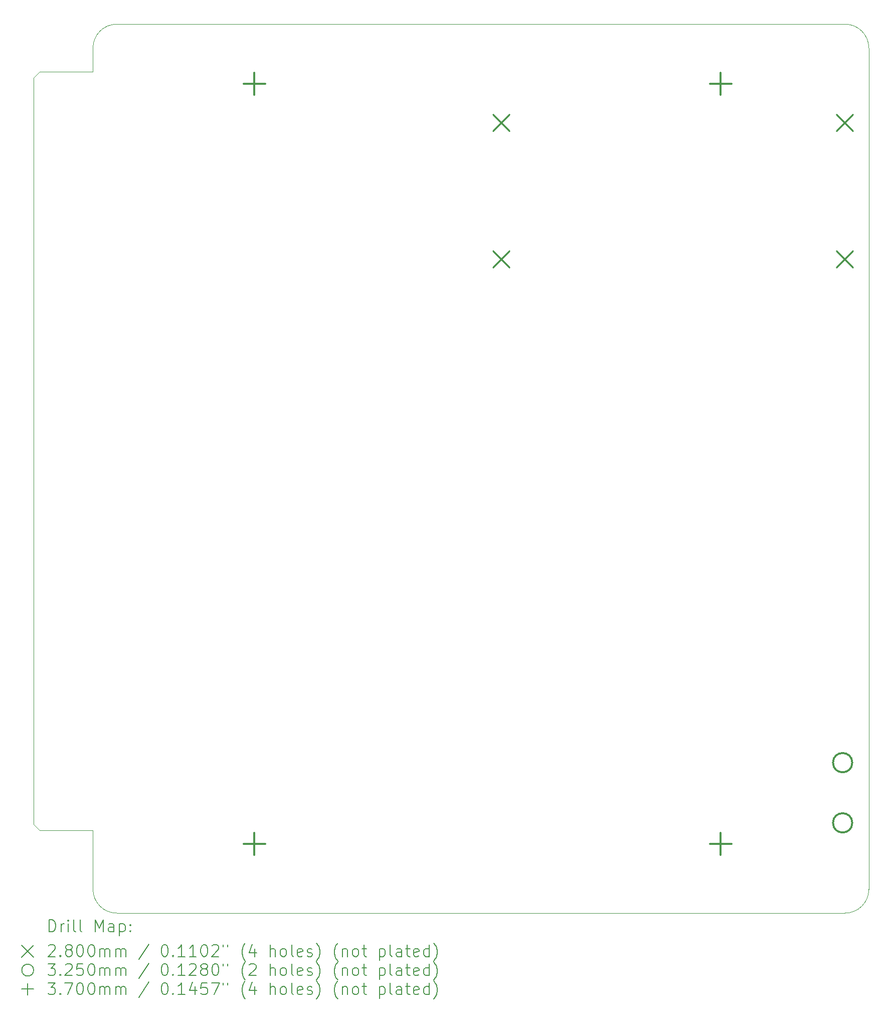
<source format=gbr>
%TF.GenerationSoftware,KiCad,Pcbnew,7.0.10*%
%TF.CreationDate,2024-02-09T20:02:58-06:00*%
%TF.ProjectId,midiori,6d696469-6f72-4692-9e6b-696361645f70,rev?*%
%TF.SameCoordinates,Original*%
%TF.FileFunction,Drillmap*%
%TF.FilePolarity,Positive*%
%FSLAX45Y45*%
G04 Gerber Fmt 4.5, Leading zero omitted, Abs format (unit mm)*
G04 Created by KiCad (PCBNEW 7.0.10) date 2024-02-09 20:02:58*
%MOMM*%
%LPD*%
G01*
G04 APERTURE LIST*
%ADD10C,0.050000*%
%ADD11C,0.200000*%
%ADD12C,0.280000*%
%ADD13C,0.325000*%
%ADD14C,0.370000*%
G04 APERTURE END LIST*
D10*
X5800000Y-18900000D02*
X18100000Y-18900000D01*
X4400000Y-17400000D02*
X4400000Y-4800000D01*
X4500000Y-17500000D02*
X4400000Y-17400000D01*
X5400000Y-17500000D02*
X5400000Y-18500000D01*
X5400000Y-4300000D02*
X5400000Y-4700000D01*
X18100000Y-18900000D02*
G75*
G03*
X18500000Y-18500000I0J400000D01*
G01*
X5400000Y-4700000D02*
X4500000Y-4700000D01*
X4400000Y-4800000D02*
X4500000Y-4700000D01*
X5800000Y-3900000D02*
G75*
G03*
X5400000Y-4300000I0J-400000D01*
G01*
X18500000Y-4300000D02*
X18500000Y-18500000D01*
X5800000Y-3900000D02*
X18100000Y-3900000D01*
X18500000Y-4300000D02*
G75*
G03*
X18100000Y-3900000I-400000J0D01*
G01*
X5400000Y-18500000D02*
G75*
G03*
X5800000Y-18900000I400000J0D01*
G01*
X4500000Y-17500000D02*
X5400000Y-17500000D01*
D11*
D12*
X12152500Y-5423000D02*
X12432500Y-5703000D01*
X12432500Y-5423000D02*
X12152500Y-5703000D01*
X12152500Y-7723000D02*
X12432500Y-8003000D01*
X12432500Y-7723000D02*
X12152500Y-8003000D01*
X17952500Y-5423000D02*
X18232500Y-5703000D01*
X18232500Y-5423000D02*
X17952500Y-5703000D01*
X17952500Y-7723000D02*
X18232500Y-8003000D01*
X18232500Y-7723000D02*
X17952500Y-8003000D01*
D13*
X18220000Y-16361500D02*
G75*
G03*
X17895000Y-16361500I-162500J0D01*
G01*
X17895000Y-16361500D02*
G75*
G03*
X18220000Y-16361500I162500J0D01*
G01*
X18220000Y-17377500D02*
G75*
G03*
X17895000Y-17377500I-162500J0D01*
G01*
X17895000Y-17377500D02*
G75*
G03*
X18220000Y-17377500I162500J0D01*
G01*
D14*
X8126000Y-4723000D02*
X8126000Y-5093000D01*
X7941000Y-4908000D02*
X8311000Y-4908000D01*
X8126000Y-17550000D02*
X8126000Y-17920000D01*
X7941000Y-17735000D02*
X8311000Y-17735000D01*
X16000000Y-4723000D02*
X16000000Y-5093000D01*
X15815000Y-4908000D02*
X16185000Y-4908000D01*
X16000000Y-17550000D02*
X16000000Y-17920000D01*
X15815000Y-17735000D02*
X16185000Y-17735000D01*
D11*
X4658277Y-19213984D02*
X4658277Y-19013984D01*
X4658277Y-19013984D02*
X4705896Y-19013984D01*
X4705896Y-19013984D02*
X4734467Y-19023508D01*
X4734467Y-19023508D02*
X4753515Y-19042555D01*
X4753515Y-19042555D02*
X4763039Y-19061603D01*
X4763039Y-19061603D02*
X4772563Y-19099698D01*
X4772563Y-19099698D02*
X4772563Y-19128270D01*
X4772563Y-19128270D02*
X4763039Y-19166365D01*
X4763039Y-19166365D02*
X4753515Y-19185412D01*
X4753515Y-19185412D02*
X4734467Y-19204460D01*
X4734467Y-19204460D02*
X4705896Y-19213984D01*
X4705896Y-19213984D02*
X4658277Y-19213984D01*
X4858277Y-19213984D02*
X4858277Y-19080650D01*
X4858277Y-19118746D02*
X4867801Y-19099698D01*
X4867801Y-19099698D02*
X4877324Y-19090174D01*
X4877324Y-19090174D02*
X4896372Y-19080650D01*
X4896372Y-19080650D02*
X4915420Y-19080650D01*
X4982086Y-19213984D02*
X4982086Y-19080650D01*
X4982086Y-19013984D02*
X4972563Y-19023508D01*
X4972563Y-19023508D02*
X4982086Y-19033031D01*
X4982086Y-19033031D02*
X4991610Y-19023508D01*
X4991610Y-19023508D02*
X4982086Y-19013984D01*
X4982086Y-19013984D02*
X4982086Y-19033031D01*
X5105896Y-19213984D02*
X5086848Y-19204460D01*
X5086848Y-19204460D02*
X5077324Y-19185412D01*
X5077324Y-19185412D02*
X5077324Y-19013984D01*
X5210658Y-19213984D02*
X5191610Y-19204460D01*
X5191610Y-19204460D02*
X5182086Y-19185412D01*
X5182086Y-19185412D02*
X5182086Y-19013984D01*
X5439229Y-19213984D02*
X5439229Y-19013984D01*
X5439229Y-19013984D02*
X5505896Y-19156841D01*
X5505896Y-19156841D02*
X5572563Y-19013984D01*
X5572563Y-19013984D02*
X5572563Y-19213984D01*
X5753515Y-19213984D02*
X5753515Y-19109222D01*
X5753515Y-19109222D02*
X5743991Y-19090174D01*
X5743991Y-19090174D02*
X5724943Y-19080650D01*
X5724943Y-19080650D02*
X5686848Y-19080650D01*
X5686848Y-19080650D02*
X5667801Y-19090174D01*
X5753515Y-19204460D02*
X5734467Y-19213984D01*
X5734467Y-19213984D02*
X5686848Y-19213984D01*
X5686848Y-19213984D02*
X5667801Y-19204460D01*
X5667801Y-19204460D02*
X5658277Y-19185412D01*
X5658277Y-19185412D02*
X5658277Y-19166365D01*
X5658277Y-19166365D02*
X5667801Y-19147317D01*
X5667801Y-19147317D02*
X5686848Y-19137793D01*
X5686848Y-19137793D02*
X5734467Y-19137793D01*
X5734467Y-19137793D02*
X5753515Y-19128270D01*
X5848753Y-19080650D02*
X5848753Y-19280650D01*
X5848753Y-19090174D02*
X5867801Y-19080650D01*
X5867801Y-19080650D02*
X5905896Y-19080650D01*
X5905896Y-19080650D02*
X5924943Y-19090174D01*
X5924943Y-19090174D02*
X5934467Y-19099698D01*
X5934467Y-19099698D02*
X5943991Y-19118746D01*
X5943991Y-19118746D02*
X5943991Y-19175889D01*
X5943991Y-19175889D02*
X5934467Y-19194936D01*
X5934467Y-19194936D02*
X5924943Y-19204460D01*
X5924943Y-19204460D02*
X5905896Y-19213984D01*
X5905896Y-19213984D02*
X5867801Y-19213984D01*
X5867801Y-19213984D02*
X5848753Y-19204460D01*
X6029705Y-19194936D02*
X6039229Y-19204460D01*
X6039229Y-19204460D02*
X6029705Y-19213984D01*
X6029705Y-19213984D02*
X6020182Y-19204460D01*
X6020182Y-19204460D02*
X6029705Y-19194936D01*
X6029705Y-19194936D02*
X6029705Y-19213984D01*
X6029705Y-19090174D02*
X6039229Y-19099698D01*
X6039229Y-19099698D02*
X6029705Y-19109222D01*
X6029705Y-19109222D02*
X6020182Y-19099698D01*
X6020182Y-19099698D02*
X6029705Y-19090174D01*
X6029705Y-19090174D02*
X6029705Y-19109222D01*
X4197500Y-19442500D02*
X4397500Y-19642500D01*
X4397500Y-19442500D02*
X4197500Y-19642500D01*
X4648753Y-19453031D02*
X4658277Y-19443508D01*
X4658277Y-19443508D02*
X4677324Y-19433984D01*
X4677324Y-19433984D02*
X4724944Y-19433984D01*
X4724944Y-19433984D02*
X4743991Y-19443508D01*
X4743991Y-19443508D02*
X4753515Y-19453031D01*
X4753515Y-19453031D02*
X4763039Y-19472079D01*
X4763039Y-19472079D02*
X4763039Y-19491127D01*
X4763039Y-19491127D02*
X4753515Y-19519698D01*
X4753515Y-19519698D02*
X4639229Y-19633984D01*
X4639229Y-19633984D02*
X4763039Y-19633984D01*
X4848753Y-19614936D02*
X4858277Y-19624460D01*
X4858277Y-19624460D02*
X4848753Y-19633984D01*
X4848753Y-19633984D02*
X4839229Y-19624460D01*
X4839229Y-19624460D02*
X4848753Y-19614936D01*
X4848753Y-19614936D02*
X4848753Y-19633984D01*
X4972563Y-19519698D02*
X4953515Y-19510174D01*
X4953515Y-19510174D02*
X4943991Y-19500650D01*
X4943991Y-19500650D02*
X4934467Y-19481603D01*
X4934467Y-19481603D02*
X4934467Y-19472079D01*
X4934467Y-19472079D02*
X4943991Y-19453031D01*
X4943991Y-19453031D02*
X4953515Y-19443508D01*
X4953515Y-19443508D02*
X4972563Y-19433984D01*
X4972563Y-19433984D02*
X5010658Y-19433984D01*
X5010658Y-19433984D02*
X5029705Y-19443508D01*
X5029705Y-19443508D02*
X5039229Y-19453031D01*
X5039229Y-19453031D02*
X5048753Y-19472079D01*
X5048753Y-19472079D02*
X5048753Y-19481603D01*
X5048753Y-19481603D02*
X5039229Y-19500650D01*
X5039229Y-19500650D02*
X5029705Y-19510174D01*
X5029705Y-19510174D02*
X5010658Y-19519698D01*
X5010658Y-19519698D02*
X4972563Y-19519698D01*
X4972563Y-19519698D02*
X4953515Y-19529222D01*
X4953515Y-19529222D02*
X4943991Y-19538746D01*
X4943991Y-19538746D02*
X4934467Y-19557793D01*
X4934467Y-19557793D02*
X4934467Y-19595889D01*
X4934467Y-19595889D02*
X4943991Y-19614936D01*
X4943991Y-19614936D02*
X4953515Y-19624460D01*
X4953515Y-19624460D02*
X4972563Y-19633984D01*
X4972563Y-19633984D02*
X5010658Y-19633984D01*
X5010658Y-19633984D02*
X5029705Y-19624460D01*
X5029705Y-19624460D02*
X5039229Y-19614936D01*
X5039229Y-19614936D02*
X5048753Y-19595889D01*
X5048753Y-19595889D02*
X5048753Y-19557793D01*
X5048753Y-19557793D02*
X5039229Y-19538746D01*
X5039229Y-19538746D02*
X5029705Y-19529222D01*
X5029705Y-19529222D02*
X5010658Y-19519698D01*
X5172563Y-19433984D02*
X5191610Y-19433984D01*
X5191610Y-19433984D02*
X5210658Y-19443508D01*
X5210658Y-19443508D02*
X5220182Y-19453031D01*
X5220182Y-19453031D02*
X5229705Y-19472079D01*
X5229705Y-19472079D02*
X5239229Y-19510174D01*
X5239229Y-19510174D02*
X5239229Y-19557793D01*
X5239229Y-19557793D02*
X5229705Y-19595889D01*
X5229705Y-19595889D02*
X5220182Y-19614936D01*
X5220182Y-19614936D02*
X5210658Y-19624460D01*
X5210658Y-19624460D02*
X5191610Y-19633984D01*
X5191610Y-19633984D02*
X5172563Y-19633984D01*
X5172563Y-19633984D02*
X5153515Y-19624460D01*
X5153515Y-19624460D02*
X5143991Y-19614936D01*
X5143991Y-19614936D02*
X5134467Y-19595889D01*
X5134467Y-19595889D02*
X5124944Y-19557793D01*
X5124944Y-19557793D02*
X5124944Y-19510174D01*
X5124944Y-19510174D02*
X5134467Y-19472079D01*
X5134467Y-19472079D02*
X5143991Y-19453031D01*
X5143991Y-19453031D02*
X5153515Y-19443508D01*
X5153515Y-19443508D02*
X5172563Y-19433984D01*
X5363039Y-19433984D02*
X5382086Y-19433984D01*
X5382086Y-19433984D02*
X5401134Y-19443508D01*
X5401134Y-19443508D02*
X5410658Y-19453031D01*
X5410658Y-19453031D02*
X5420182Y-19472079D01*
X5420182Y-19472079D02*
X5429705Y-19510174D01*
X5429705Y-19510174D02*
X5429705Y-19557793D01*
X5429705Y-19557793D02*
X5420182Y-19595889D01*
X5420182Y-19595889D02*
X5410658Y-19614936D01*
X5410658Y-19614936D02*
X5401134Y-19624460D01*
X5401134Y-19624460D02*
X5382086Y-19633984D01*
X5382086Y-19633984D02*
X5363039Y-19633984D01*
X5363039Y-19633984D02*
X5343991Y-19624460D01*
X5343991Y-19624460D02*
X5334467Y-19614936D01*
X5334467Y-19614936D02*
X5324944Y-19595889D01*
X5324944Y-19595889D02*
X5315420Y-19557793D01*
X5315420Y-19557793D02*
X5315420Y-19510174D01*
X5315420Y-19510174D02*
X5324944Y-19472079D01*
X5324944Y-19472079D02*
X5334467Y-19453031D01*
X5334467Y-19453031D02*
X5343991Y-19443508D01*
X5343991Y-19443508D02*
X5363039Y-19433984D01*
X5515420Y-19633984D02*
X5515420Y-19500650D01*
X5515420Y-19519698D02*
X5524944Y-19510174D01*
X5524944Y-19510174D02*
X5543991Y-19500650D01*
X5543991Y-19500650D02*
X5572563Y-19500650D01*
X5572563Y-19500650D02*
X5591610Y-19510174D01*
X5591610Y-19510174D02*
X5601134Y-19529222D01*
X5601134Y-19529222D02*
X5601134Y-19633984D01*
X5601134Y-19529222D02*
X5610658Y-19510174D01*
X5610658Y-19510174D02*
X5629705Y-19500650D01*
X5629705Y-19500650D02*
X5658277Y-19500650D01*
X5658277Y-19500650D02*
X5677324Y-19510174D01*
X5677324Y-19510174D02*
X5686848Y-19529222D01*
X5686848Y-19529222D02*
X5686848Y-19633984D01*
X5782086Y-19633984D02*
X5782086Y-19500650D01*
X5782086Y-19519698D02*
X5791610Y-19510174D01*
X5791610Y-19510174D02*
X5810658Y-19500650D01*
X5810658Y-19500650D02*
X5839229Y-19500650D01*
X5839229Y-19500650D02*
X5858277Y-19510174D01*
X5858277Y-19510174D02*
X5867801Y-19529222D01*
X5867801Y-19529222D02*
X5867801Y-19633984D01*
X5867801Y-19529222D02*
X5877324Y-19510174D01*
X5877324Y-19510174D02*
X5896372Y-19500650D01*
X5896372Y-19500650D02*
X5924943Y-19500650D01*
X5924943Y-19500650D02*
X5943991Y-19510174D01*
X5943991Y-19510174D02*
X5953515Y-19529222D01*
X5953515Y-19529222D02*
X5953515Y-19633984D01*
X6343991Y-19424460D02*
X6172563Y-19681603D01*
X6601134Y-19433984D02*
X6620182Y-19433984D01*
X6620182Y-19433984D02*
X6639229Y-19443508D01*
X6639229Y-19443508D02*
X6648753Y-19453031D01*
X6648753Y-19453031D02*
X6658277Y-19472079D01*
X6658277Y-19472079D02*
X6667801Y-19510174D01*
X6667801Y-19510174D02*
X6667801Y-19557793D01*
X6667801Y-19557793D02*
X6658277Y-19595889D01*
X6658277Y-19595889D02*
X6648753Y-19614936D01*
X6648753Y-19614936D02*
X6639229Y-19624460D01*
X6639229Y-19624460D02*
X6620182Y-19633984D01*
X6620182Y-19633984D02*
X6601134Y-19633984D01*
X6601134Y-19633984D02*
X6582086Y-19624460D01*
X6582086Y-19624460D02*
X6572563Y-19614936D01*
X6572563Y-19614936D02*
X6563039Y-19595889D01*
X6563039Y-19595889D02*
X6553515Y-19557793D01*
X6553515Y-19557793D02*
X6553515Y-19510174D01*
X6553515Y-19510174D02*
X6563039Y-19472079D01*
X6563039Y-19472079D02*
X6572563Y-19453031D01*
X6572563Y-19453031D02*
X6582086Y-19443508D01*
X6582086Y-19443508D02*
X6601134Y-19433984D01*
X6753515Y-19614936D02*
X6763039Y-19624460D01*
X6763039Y-19624460D02*
X6753515Y-19633984D01*
X6753515Y-19633984D02*
X6743991Y-19624460D01*
X6743991Y-19624460D02*
X6753515Y-19614936D01*
X6753515Y-19614936D02*
X6753515Y-19633984D01*
X6953515Y-19633984D02*
X6839229Y-19633984D01*
X6896372Y-19633984D02*
X6896372Y-19433984D01*
X6896372Y-19433984D02*
X6877325Y-19462555D01*
X6877325Y-19462555D02*
X6858277Y-19481603D01*
X6858277Y-19481603D02*
X6839229Y-19491127D01*
X7143991Y-19633984D02*
X7029706Y-19633984D01*
X7086848Y-19633984D02*
X7086848Y-19433984D01*
X7086848Y-19433984D02*
X7067801Y-19462555D01*
X7067801Y-19462555D02*
X7048753Y-19481603D01*
X7048753Y-19481603D02*
X7029706Y-19491127D01*
X7267801Y-19433984D02*
X7286848Y-19433984D01*
X7286848Y-19433984D02*
X7305896Y-19443508D01*
X7305896Y-19443508D02*
X7315420Y-19453031D01*
X7315420Y-19453031D02*
X7324944Y-19472079D01*
X7324944Y-19472079D02*
X7334467Y-19510174D01*
X7334467Y-19510174D02*
X7334467Y-19557793D01*
X7334467Y-19557793D02*
X7324944Y-19595889D01*
X7324944Y-19595889D02*
X7315420Y-19614936D01*
X7315420Y-19614936D02*
X7305896Y-19624460D01*
X7305896Y-19624460D02*
X7286848Y-19633984D01*
X7286848Y-19633984D02*
X7267801Y-19633984D01*
X7267801Y-19633984D02*
X7248753Y-19624460D01*
X7248753Y-19624460D02*
X7239229Y-19614936D01*
X7239229Y-19614936D02*
X7229706Y-19595889D01*
X7229706Y-19595889D02*
X7220182Y-19557793D01*
X7220182Y-19557793D02*
X7220182Y-19510174D01*
X7220182Y-19510174D02*
X7229706Y-19472079D01*
X7229706Y-19472079D02*
X7239229Y-19453031D01*
X7239229Y-19453031D02*
X7248753Y-19443508D01*
X7248753Y-19443508D02*
X7267801Y-19433984D01*
X7410658Y-19453031D02*
X7420182Y-19443508D01*
X7420182Y-19443508D02*
X7439229Y-19433984D01*
X7439229Y-19433984D02*
X7486848Y-19433984D01*
X7486848Y-19433984D02*
X7505896Y-19443508D01*
X7505896Y-19443508D02*
X7515420Y-19453031D01*
X7515420Y-19453031D02*
X7524944Y-19472079D01*
X7524944Y-19472079D02*
X7524944Y-19491127D01*
X7524944Y-19491127D02*
X7515420Y-19519698D01*
X7515420Y-19519698D02*
X7401134Y-19633984D01*
X7401134Y-19633984D02*
X7524944Y-19633984D01*
X7601134Y-19433984D02*
X7601134Y-19472079D01*
X7677325Y-19433984D02*
X7677325Y-19472079D01*
X7972563Y-19710174D02*
X7963039Y-19700650D01*
X7963039Y-19700650D02*
X7943991Y-19672079D01*
X7943991Y-19672079D02*
X7934468Y-19653031D01*
X7934468Y-19653031D02*
X7924944Y-19624460D01*
X7924944Y-19624460D02*
X7915420Y-19576841D01*
X7915420Y-19576841D02*
X7915420Y-19538746D01*
X7915420Y-19538746D02*
X7924944Y-19491127D01*
X7924944Y-19491127D02*
X7934468Y-19462555D01*
X7934468Y-19462555D02*
X7943991Y-19443508D01*
X7943991Y-19443508D02*
X7963039Y-19414936D01*
X7963039Y-19414936D02*
X7972563Y-19405412D01*
X8134468Y-19500650D02*
X8134468Y-19633984D01*
X8086848Y-19424460D02*
X8039229Y-19567317D01*
X8039229Y-19567317D02*
X8163039Y-19567317D01*
X8391611Y-19633984D02*
X8391611Y-19433984D01*
X8477325Y-19633984D02*
X8477325Y-19529222D01*
X8477325Y-19529222D02*
X8467801Y-19510174D01*
X8467801Y-19510174D02*
X8448753Y-19500650D01*
X8448753Y-19500650D02*
X8420182Y-19500650D01*
X8420182Y-19500650D02*
X8401134Y-19510174D01*
X8401134Y-19510174D02*
X8391611Y-19519698D01*
X8601134Y-19633984D02*
X8582087Y-19624460D01*
X8582087Y-19624460D02*
X8572563Y-19614936D01*
X8572563Y-19614936D02*
X8563039Y-19595889D01*
X8563039Y-19595889D02*
X8563039Y-19538746D01*
X8563039Y-19538746D02*
X8572563Y-19519698D01*
X8572563Y-19519698D02*
X8582087Y-19510174D01*
X8582087Y-19510174D02*
X8601134Y-19500650D01*
X8601134Y-19500650D02*
X8629706Y-19500650D01*
X8629706Y-19500650D02*
X8648753Y-19510174D01*
X8648753Y-19510174D02*
X8658277Y-19519698D01*
X8658277Y-19519698D02*
X8667801Y-19538746D01*
X8667801Y-19538746D02*
X8667801Y-19595889D01*
X8667801Y-19595889D02*
X8658277Y-19614936D01*
X8658277Y-19614936D02*
X8648753Y-19624460D01*
X8648753Y-19624460D02*
X8629706Y-19633984D01*
X8629706Y-19633984D02*
X8601134Y-19633984D01*
X8782087Y-19633984D02*
X8763039Y-19624460D01*
X8763039Y-19624460D02*
X8753515Y-19605412D01*
X8753515Y-19605412D02*
X8753515Y-19433984D01*
X8934468Y-19624460D02*
X8915420Y-19633984D01*
X8915420Y-19633984D02*
X8877325Y-19633984D01*
X8877325Y-19633984D02*
X8858277Y-19624460D01*
X8858277Y-19624460D02*
X8848753Y-19605412D01*
X8848753Y-19605412D02*
X8848753Y-19529222D01*
X8848753Y-19529222D02*
X8858277Y-19510174D01*
X8858277Y-19510174D02*
X8877325Y-19500650D01*
X8877325Y-19500650D02*
X8915420Y-19500650D01*
X8915420Y-19500650D02*
X8934468Y-19510174D01*
X8934468Y-19510174D02*
X8943992Y-19529222D01*
X8943992Y-19529222D02*
X8943992Y-19548270D01*
X8943992Y-19548270D02*
X8848753Y-19567317D01*
X9020182Y-19624460D02*
X9039230Y-19633984D01*
X9039230Y-19633984D02*
X9077325Y-19633984D01*
X9077325Y-19633984D02*
X9096373Y-19624460D01*
X9096373Y-19624460D02*
X9105896Y-19605412D01*
X9105896Y-19605412D02*
X9105896Y-19595889D01*
X9105896Y-19595889D02*
X9096373Y-19576841D01*
X9096373Y-19576841D02*
X9077325Y-19567317D01*
X9077325Y-19567317D02*
X9048753Y-19567317D01*
X9048753Y-19567317D02*
X9029706Y-19557793D01*
X9029706Y-19557793D02*
X9020182Y-19538746D01*
X9020182Y-19538746D02*
X9020182Y-19529222D01*
X9020182Y-19529222D02*
X9029706Y-19510174D01*
X9029706Y-19510174D02*
X9048753Y-19500650D01*
X9048753Y-19500650D02*
X9077325Y-19500650D01*
X9077325Y-19500650D02*
X9096373Y-19510174D01*
X9172563Y-19710174D02*
X9182087Y-19700650D01*
X9182087Y-19700650D02*
X9201134Y-19672079D01*
X9201134Y-19672079D02*
X9210658Y-19653031D01*
X9210658Y-19653031D02*
X9220182Y-19624460D01*
X9220182Y-19624460D02*
X9229706Y-19576841D01*
X9229706Y-19576841D02*
X9229706Y-19538746D01*
X9229706Y-19538746D02*
X9220182Y-19491127D01*
X9220182Y-19491127D02*
X9210658Y-19462555D01*
X9210658Y-19462555D02*
X9201134Y-19443508D01*
X9201134Y-19443508D02*
X9182087Y-19414936D01*
X9182087Y-19414936D02*
X9172563Y-19405412D01*
X9534468Y-19710174D02*
X9524944Y-19700650D01*
X9524944Y-19700650D02*
X9505896Y-19672079D01*
X9505896Y-19672079D02*
X9496373Y-19653031D01*
X9496373Y-19653031D02*
X9486849Y-19624460D01*
X9486849Y-19624460D02*
X9477325Y-19576841D01*
X9477325Y-19576841D02*
X9477325Y-19538746D01*
X9477325Y-19538746D02*
X9486849Y-19491127D01*
X9486849Y-19491127D02*
X9496373Y-19462555D01*
X9496373Y-19462555D02*
X9505896Y-19443508D01*
X9505896Y-19443508D02*
X9524944Y-19414936D01*
X9524944Y-19414936D02*
X9534468Y-19405412D01*
X9610658Y-19500650D02*
X9610658Y-19633984D01*
X9610658Y-19519698D02*
X9620182Y-19510174D01*
X9620182Y-19510174D02*
X9639230Y-19500650D01*
X9639230Y-19500650D02*
X9667801Y-19500650D01*
X9667801Y-19500650D02*
X9686849Y-19510174D01*
X9686849Y-19510174D02*
X9696373Y-19529222D01*
X9696373Y-19529222D02*
X9696373Y-19633984D01*
X9820182Y-19633984D02*
X9801134Y-19624460D01*
X9801134Y-19624460D02*
X9791611Y-19614936D01*
X9791611Y-19614936D02*
X9782087Y-19595889D01*
X9782087Y-19595889D02*
X9782087Y-19538746D01*
X9782087Y-19538746D02*
X9791611Y-19519698D01*
X9791611Y-19519698D02*
X9801134Y-19510174D01*
X9801134Y-19510174D02*
X9820182Y-19500650D01*
X9820182Y-19500650D02*
X9848754Y-19500650D01*
X9848754Y-19500650D02*
X9867801Y-19510174D01*
X9867801Y-19510174D02*
X9877325Y-19519698D01*
X9877325Y-19519698D02*
X9886849Y-19538746D01*
X9886849Y-19538746D02*
X9886849Y-19595889D01*
X9886849Y-19595889D02*
X9877325Y-19614936D01*
X9877325Y-19614936D02*
X9867801Y-19624460D01*
X9867801Y-19624460D02*
X9848754Y-19633984D01*
X9848754Y-19633984D02*
X9820182Y-19633984D01*
X9943992Y-19500650D02*
X10020182Y-19500650D01*
X9972563Y-19433984D02*
X9972563Y-19605412D01*
X9972563Y-19605412D02*
X9982087Y-19624460D01*
X9982087Y-19624460D02*
X10001134Y-19633984D01*
X10001134Y-19633984D02*
X10020182Y-19633984D01*
X10239230Y-19500650D02*
X10239230Y-19700650D01*
X10239230Y-19510174D02*
X10258277Y-19500650D01*
X10258277Y-19500650D02*
X10296373Y-19500650D01*
X10296373Y-19500650D02*
X10315420Y-19510174D01*
X10315420Y-19510174D02*
X10324944Y-19519698D01*
X10324944Y-19519698D02*
X10334468Y-19538746D01*
X10334468Y-19538746D02*
X10334468Y-19595889D01*
X10334468Y-19595889D02*
X10324944Y-19614936D01*
X10324944Y-19614936D02*
X10315420Y-19624460D01*
X10315420Y-19624460D02*
X10296373Y-19633984D01*
X10296373Y-19633984D02*
X10258277Y-19633984D01*
X10258277Y-19633984D02*
X10239230Y-19624460D01*
X10448754Y-19633984D02*
X10429706Y-19624460D01*
X10429706Y-19624460D02*
X10420182Y-19605412D01*
X10420182Y-19605412D02*
X10420182Y-19433984D01*
X10610658Y-19633984D02*
X10610658Y-19529222D01*
X10610658Y-19529222D02*
X10601135Y-19510174D01*
X10601135Y-19510174D02*
X10582087Y-19500650D01*
X10582087Y-19500650D02*
X10543992Y-19500650D01*
X10543992Y-19500650D02*
X10524944Y-19510174D01*
X10610658Y-19624460D02*
X10591611Y-19633984D01*
X10591611Y-19633984D02*
X10543992Y-19633984D01*
X10543992Y-19633984D02*
X10524944Y-19624460D01*
X10524944Y-19624460D02*
X10515420Y-19605412D01*
X10515420Y-19605412D02*
X10515420Y-19586365D01*
X10515420Y-19586365D02*
X10524944Y-19567317D01*
X10524944Y-19567317D02*
X10543992Y-19557793D01*
X10543992Y-19557793D02*
X10591611Y-19557793D01*
X10591611Y-19557793D02*
X10610658Y-19548270D01*
X10677325Y-19500650D02*
X10753515Y-19500650D01*
X10705896Y-19433984D02*
X10705896Y-19605412D01*
X10705896Y-19605412D02*
X10715420Y-19624460D01*
X10715420Y-19624460D02*
X10734468Y-19633984D01*
X10734468Y-19633984D02*
X10753515Y-19633984D01*
X10896373Y-19624460D02*
X10877325Y-19633984D01*
X10877325Y-19633984D02*
X10839230Y-19633984D01*
X10839230Y-19633984D02*
X10820182Y-19624460D01*
X10820182Y-19624460D02*
X10810658Y-19605412D01*
X10810658Y-19605412D02*
X10810658Y-19529222D01*
X10810658Y-19529222D02*
X10820182Y-19510174D01*
X10820182Y-19510174D02*
X10839230Y-19500650D01*
X10839230Y-19500650D02*
X10877325Y-19500650D01*
X10877325Y-19500650D02*
X10896373Y-19510174D01*
X10896373Y-19510174D02*
X10905896Y-19529222D01*
X10905896Y-19529222D02*
X10905896Y-19548270D01*
X10905896Y-19548270D02*
X10810658Y-19567317D01*
X11077325Y-19633984D02*
X11077325Y-19433984D01*
X11077325Y-19624460D02*
X11058277Y-19633984D01*
X11058277Y-19633984D02*
X11020182Y-19633984D01*
X11020182Y-19633984D02*
X11001135Y-19624460D01*
X11001135Y-19624460D02*
X10991611Y-19614936D01*
X10991611Y-19614936D02*
X10982087Y-19595889D01*
X10982087Y-19595889D02*
X10982087Y-19538746D01*
X10982087Y-19538746D02*
X10991611Y-19519698D01*
X10991611Y-19519698D02*
X11001135Y-19510174D01*
X11001135Y-19510174D02*
X11020182Y-19500650D01*
X11020182Y-19500650D02*
X11058277Y-19500650D01*
X11058277Y-19500650D02*
X11077325Y-19510174D01*
X11153516Y-19710174D02*
X11163039Y-19700650D01*
X11163039Y-19700650D02*
X11182087Y-19672079D01*
X11182087Y-19672079D02*
X11191611Y-19653031D01*
X11191611Y-19653031D02*
X11201134Y-19624460D01*
X11201134Y-19624460D02*
X11210658Y-19576841D01*
X11210658Y-19576841D02*
X11210658Y-19538746D01*
X11210658Y-19538746D02*
X11201134Y-19491127D01*
X11201134Y-19491127D02*
X11191611Y-19462555D01*
X11191611Y-19462555D02*
X11182087Y-19443508D01*
X11182087Y-19443508D02*
X11163039Y-19414936D01*
X11163039Y-19414936D02*
X11153516Y-19405412D01*
X4397500Y-19862500D02*
G75*
G03*
X4197500Y-19862500I-100000J0D01*
G01*
X4197500Y-19862500D02*
G75*
G03*
X4397500Y-19862500I100000J0D01*
G01*
X4639229Y-19753984D02*
X4763039Y-19753984D01*
X4763039Y-19753984D02*
X4696372Y-19830174D01*
X4696372Y-19830174D02*
X4724944Y-19830174D01*
X4724944Y-19830174D02*
X4743991Y-19839698D01*
X4743991Y-19839698D02*
X4753515Y-19849222D01*
X4753515Y-19849222D02*
X4763039Y-19868270D01*
X4763039Y-19868270D02*
X4763039Y-19915889D01*
X4763039Y-19915889D02*
X4753515Y-19934936D01*
X4753515Y-19934936D02*
X4743991Y-19944460D01*
X4743991Y-19944460D02*
X4724944Y-19953984D01*
X4724944Y-19953984D02*
X4667801Y-19953984D01*
X4667801Y-19953984D02*
X4648753Y-19944460D01*
X4648753Y-19944460D02*
X4639229Y-19934936D01*
X4848753Y-19934936D02*
X4858277Y-19944460D01*
X4858277Y-19944460D02*
X4848753Y-19953984D01*
X4848753Y-19953984D02*
X4839229Y-19944460D01*
X4839229Y-19944460D02*
X4848753Y-19934936D01*
X4848753Y-19934936D02*
X4848753Y-19953984D01*
X4934467Y-19773031D02*
X4943991Y-19763508D01*
X4943991Y-19763508D02*
X4963039Y-19753984D01*
X4963039Y-19753984D02*
X5010658Y-19753984D01*
X5010658Y-19753984D02*
X5029705Y-19763508D01*
X5029705Y-19763508D02*
X5039229Y-19773031D01*
X5039229Y-19773031D02*
X5048753Y-19792079D01*
X5048753Y-19792079D02*
X5048753Y-19811127D01*
X5048753Y-19811127D02*
X5039229Y-19839698D01*
X5039229Y-19839698D02*
X4924944Y-19953984D01*
X4924944Y-19953984D02*
X5048753Y-19953984D01*
X5229705Y-19753984D02*
X5134467Y-19753984D01*
X5134467Y-19753984D02*
X5124944Y-19849222D01*
X5124944Y-19849222D02*
X5134467Y-19839698D01*
X5134467Y-19839698D02*
X5153515Y-19830174D01*
X5153515Y-19830174D02*
X5201134Y-19830174D01*
X5201134Y-19830174D02*
X5220182Y-19839698D01*
X5220182Y-19839698D02*
X5229705Y-19849222D01*
X5229705Y-19849222D02*
X5239229Y-19868270D01*
X5239229Y-19868270D02*
X5239229Y-19915889D01*
X5239229Y-19915889D02*
X5229705Y-19934936D01*
X5229705Y-19934936D02*
X5220182Y-19944460D01*
X5220182Y-19944460D02*
X5201134Y-19953984D01*
X5201134Y-19953984D02*
X5153515Y-19953984D01*
X5153515Y-19953984D02*
X5134467Y-19944460D01*
X5134467Y-19944460D02*
X5124944Y-19934936D01*
X5363039Y-19753984D02*
X5382086Y-19753984D01*
X5382086Y-19753984D02*
X5401134Y-19763508D01*
X5401134Y-19763508D02*
X5410658Y-19773031D01*
X5410658Y-19773031D02*
X5420182Y-19792079D01*
X5420182Y-19792079D02*
X5429705Y-19830174D01*
X5429705Y-19830174D02*
X5429705Y-19877793D01*
X5429705Y-19877793D02*
X5420182Y-19915889D01*
X5420182Y-19915889D02*
X5410658Y-19934936D01*
X5410658Y-19934936D02*
X5401134Y-19944460D01*
X5401134Y-19944460D02*
X5382086Y-19953984D01*
X5382086Y-19953984D02*
X5363039Y-19953984D01*
X5363039Y-19953984D02*
X5343991Y-19944460D01*
X5343991Y-19944460D02*
X5334467Y-19934936D01*
X5334467Y-19934936D02*
X5324944Y-19915889D01*
X5324944Y-19915889D02*
X5315420Y-19877793D01*
X5315420Y-19877793D02*
X5315420Y-19830174D01*
X5315420Y-19830174D02*
X5324944Y-19792079D01*
X5324944Y-19792079D02*
X5334467Y-19773031D01*
X5334467Y-19773031D02*
X5343991Y-19763508D01*
X5343991Y-19763508D02*
X5363039Y-19753984D01*
X5515420Y-19953984D02*
X5515420Y-19820650D01*
X5515420Y-19839698D02*
X5524944Y-19830174D01*
X5524944Y-19830174D02*
X5543991Y-19820650D01*
X5543991Y-19820650D02*
X5572563Y-19820650D01*
X5572563Y-19820650D02*
X5591610Y-19830174D01*
X5591610Y-19830174D02*
X5601134Y-19849222D01*
X5601134Y-19849222D02*
X5601134Y-19953984D01*
X5601134Y-19849222D02*
X5610658Y-19830174D01*
X5610658Y-19830174D02*
X5629705Y-19820650D01*
X5629705Y-19820650D02*
X5658277Y-19820650D01*
X5658277Y-19820650D02*
X5677324Y-19830174D01*
X5677324Y-19830174D02*
X5686848Y-19849222D01*
X5686848Y-19849222D02*
X5686848Y-19953984D01*
X5782086Y-19953984D02*
X5782086Y-19820650D01*
X5782086Y-19839698D02*
X5791610Y-19830174D01*
X5791610Y-19830174D02*
X5810658Y-19820650D01*
X5810658Y-19820650D02*
X5839229Y-19820650D01*
X5839229Y-19820650D02*
X5858277Y-19830174D01*
X5858277Y-19830174D02*
X5867801Y-19849222D01*
X5867801Y-19849222D02*
X5867801Y-19953984D01*
X5867801Y-19849222D02*
X5877324Y-19830174D01*
X5877324Y-19830174D02*
X5896372Y-19820650D01*
X5896372Y-19820650D02*
X5924943Y-19820650D01*
X5924943Y-19820650D02*
X5943991Y-19830174D01*
X5943991Y-19830174D02*
X5953515Y-19849222D01*
X5953515Y-19849222D02*
X5953515Y-19953984D01*
X6343991Y-19744460D02*
X6172563Y-20001603D01*
X6601134Y-19753984D02*
X6620182Y-19753984D01*
X6620182Y-19753984D02*
X6639229Y-19763508D01*
X6639229Y-19763508D02*
X6648753Y-19773031D01*
X6648753Y-19773031D02*
X6658277Y-19792079D01*
X6658277Y-19792079D02*
X6667801Y-19830174D01*
X6667801Y-19830174D02*
X6667801Y-19877793D01*
X6667801Y-19877793D02*
X6658277Y-19915889D01*
X6658277Y-19915889D02*
X6648753Y-19934936D01*
X6648753Y-19934936D02*
X6639229Y-19944460D01*
X6639229Y-19944460D02*
X6620182Y-19953984D01*
X6620182Y-19953984D02*
X6601134Y-19953984D01*
X6601134Y-19953984D02*
X6582086Y-19944460D01*
X6582086Y-19944460D02*
X6572563Y-19934936D01*
X6572563Y-19934936D02*
X6563039Y-19915889D01*
X6563039Y-19915889D02*
X6553515Y-19877793D01*
X6553515Y-19877793D02*
X6553515Y-19830174D01*
X6553515Y-19830174D02*
X6563039Y-19792079D01*
X6563039Y-19792079D02*
X6572563Y-19773031D01*
X6572563Y-19773031D02*
X6582086Y-19763508D01*
X6582086Y-19763508D02*
X6601134Y-19753984D01*
X6753515Y-19934936D02*
X6763039Y-19944460D01*
X6763039Y-19944460D02*
X6753515Y-19953984D01*
X6753515Y-19953984D02*
X6743991Y-19944460D01*
X6743991Y-19944460D02*
X6753515Y-19934936D01*
X6753515Y-19934936D02*
X6753515Y-19953984D01*
X6953515Y-19953984D02*
X6839229Y-19953984D01*
X6896372Y-19953984D02*
X6896372Y-19753984D01*
X6896372Y-19753984D02*
X6877325Y-19782555D01*
X6877325Y-19782555D02*
X6858277Y-19801603D01*
X6858277Y-19801603D02*
X6839229Y-19811127D01*
X7029706Y-19773031D02*
X7039229Y-19763508D01*
X7039229Y-19763508D02*
X7058277Y-19753984D01*
X7058277Y-19753984D02*
X7105896Y-19753984D01*
X7105896Y-19753984D02*
X7124944Y-19763508D01*
X7124944Y-19763508D02*
X7134467Y-19773031D01*
X7134467Y-19773031D02*
X7143991Y-19792079D01*
X7143991Y-19792079D02*
X7143991Y-19811127D01*
X7143991Y-19811127D02*
X7134467Y-19839698D01*
X7134467Y-19839698D02*
X7020182Y-19953984D01*
X7020182Y-19953984D02*
X7143991Y-19953984D01*
X7258277Y-19839698D02*
X7239229Y-19830174D01*
X7239229Y-19830174D02*
X7229706Y-19820650D01*
X7229706Y-19820650D02*
X7220182Y-19801603D01*
X7220182Y-19801603D02*
X7220182Y-19792079D01*
X7220182Y-19792079D02*
X7229706Y-19773031D01*
X7229706Y-19773031D02*
X7239229Y-19763508D01*
X7239229Y-19763508D02*
X7258277Y-19753984D01*
X7258277Y-19753984D02*
X7296372Y-19753984D01*
X7296372Y-19753984D02*
X7315420Y-19763508D01*
X7315420Y-19763508D02*
X7324944Y-19773031D01*
X7324944Y-19773031D02*
X7334467Y-19792079D01*
X7334467Y-19792079D02*
X7334467Y-19801603D01*
X7334467Y-19801603D02*
X7324944Y-19820650D01*
X7324944Y-19820650D02*
X7315420Y-19830174D01*
X7315420Y-19830174D02*
X7296372Y-19839698D01*
X7296372Y-19839698D02*
X7258277Y-19839698D01*
X7258277Y-19839698D02*
X7239229Y-19849222D01*
X7239229Y-19849222D02*
X7229706Y-19858746D01*
X7229706Y-19858746D02*
X7220182Y-19877793D01*
X7220182Y-19877793D02*
X7220182Y-19915889D01*
X7220182Y-19915889D02*
X7229706Y-19934936D01*
X7229706Y-19934936D02*
X7239229Y-19944460D01*
X7239229Y-19944460D02*
X7258277Y-19953984D01*
X7258277Y-19953984D02*
X7296372Y-19953984D01*
X7296372Y-19953984D02*
X7315420Y-19944460D01*
X7315420Y-19944460D02*
X7324944Y-19934936D01*
X7324944Y-19934936D02*
X7334467Y-19915889D01*
X7334467Y-19915889D02*
X7334467Y-19877793D01*
X7334467Y-19877793D02*
X7324944Y-19858746D01*
X7324944Y-19858746D02*
X7315420Y-19849222D01*
X7315420Y-19849222D02*
X7296372Y-19839698D01*
X7458277Y-19753984D02*
X7477325Y-19753984D01*
X7477325Y-19753984D02*
X7496372Y-19763508D01*
X7496372Y-19763508D02*
X7505896Y-19773031D01*
X7505896Y-19773031D02*
X7515420Y-19792079D01*
X7515420Y-19792079D02*
X7524944Y-19830174D01*
X7524944Y-19830174D02*
X7524944Y-19877793D01*
X7524944Y-19877793D02*
X7515420Y-19915889D01*
X7515420Y-19915889D02*
X7505896Y-19934936D01*
X7505896Y-19934936D02*
X7496372Y-19944460D01*
X7496372Y-19944460D02*
X7477325Y-19953984D01*
X7477325Y-19953984D02*
X7458277Y-19953984D01*
X7458277Y-19953984D02*
X7439229Y-19944460D01*
X7439229Y-19944460D02*
X7429706Y-19934936D01*
X7429706Y-19934936D02*
X7420182Y-19915889D01*
X7420182Y-19915889D02*
X7410658Y-19877793D01*
X7410658Y-19877793D02*
X7410658Y-19830174D01*
X7410658Y-19830174D02*
X7420182Y-19792079D01*
X7420182Y-19792079D02*
X7429706Y-19773031D01*
X7429706Y-19773031D02*
X7439229Y-19763508D01*
X7439229Y-19763508D02*
X7458277Y-19753984D01*
X7601134Y-19753984D02*
X7601134Y-19792079D01*
X7677325Y-19753984D02*
X7677325Y-19792079D01*
X7972563Y-20030174D02*
X7963039Y-20020650D01*
X7963039Y-20020650D02*
X7943991Y-19992079D01*
X7943991Y-19992079D02*
X7934468Y-19973031D01*
X7934468Y-19973031D02*
X7924944Y-19944460D01*
X7924944Y-19944460D02*
X7915420Y-19896841D01*
X7915420Y-19896841D02*
X7915420Y-19858746D01*
X7915420Y-19858746D02*
X7924944Y-19811127D01*
X7924944Y-19811127D02*
X7934468Y-19782555D01*
X7934468Y-19782555D02*
X7943991Y-19763508D01*
X7943991Y-19763508D02*
X7963039Y-19734936D01*
X7963039Y-19734936D02*
X7972563Y-19725412D01*
X8039229Y-19773031D02*
X8048753Y-19763508D01*
X8048753Y-19763508D02*
X8067801Y-19753984D01*
X8067801Y-19753984D02*
X8115420Y-19753984D01*
X8115420Y-19753984D02*
X8134468Y-19763508D01*
X8134468Y-19763508D02*
X8143991Y-19773031D01*
X8143991Y-19773031D02*
X8153515Y-19792079D01*
X8153515Y-19792079D02*
X8153515Y-19811127D01*
X8153515Y-19811127D02*
X8143991Y-19839698D01*
X8143991Y-19839698D02*
X8029706Y-19953984D01*
X8029706Y-19953984D02*
X8153515Y-19953984D01*
X8391611Y-19953984D02*
X8391611Y-19753984D01*
X8477325Y-19953984D02*
X8477325Y-19849222D01*
X8477325Y-19849222D02*
X8467801Y-19830174D01*
X8467801Y-19830174D02*
X8448753Y-19820650D01*
X8448753Y-19820650D02*
X8420182Y-19820650D01*
X8420182Y-19820650D02*
X8401134Y-19830174D01*
X8401134Y-19830174D02*
X8391611Y-19839698D01*
X8601134Y-19953984D02*
X8582087Y-19944460D01*
X8582087Y-19944460D02*
X8572563Y-19934936D01*
X8572563Y-19934936D02*
X8563039Y-19915889D01*
X8563039Y-19915889D02*
X8563039Y-19858746D01*
X8563039Y-19858746D02*
X8572563Y-19839698D01*
X8572563Y-19839698D02*
X8582087Y-19830174D01*
X8582087Y-19830174D02*
X8601134Y-19820650D01*
X8601134Y-19820650D02*
X8629706Y-19820650D01*
X8629706Y-19820650D02*
X8648753Y-19830174D01*
X8648753Y-19830174D02*
X8658277Y-19839698D01*
X8658277Y-19839698D02*
X8667801Y-19858746D01*
X8667801Y-19858746D02*
X8667801Y-19915889D01*
X8667801Y-19915889D02*
X8658277Y-19934936D01*
X8658277Y-19934936D02*
X8648753Y-19944460D01*
X8648753Y-19944460D02*
X8629706Y-19953984D01*
X8629706Y-19953984D02*
X8601134Y-19953984D01*
X8782087Y-19953984D02*
X8763039Y-19944460D01*
X8763039Y-19944460D02*
X8753515Y-19925412D01*
X8753515Y-19925412D02*
X8753515Y-19753984D01*
X8934468Y-19944460D02*
X8915420Y-19953984D01*
X8915420Y-19953984D02*
X8877325Y-19953984D01*
X8877325Y-19953984D02*
X8858277Y-19944460D01*
X8858277Y-19944460D02*
X8848753Y-19925412D01*
X8848753Y-19925412D02*
X8848753Y-19849222D01*
X8848753Y-19849222D02*
X8858277Y-19830174D01*
X8858277Y-19830174D02*
X8877325Y-19820650D01*
X8877325Y-19820650D02*
X8915420Y-19820650D01*
X8915420Y-19820650D02*
X8934468Y-19830174D01*
X8934468Y-19830174D02*
X8943992Y-19849222D01*
X8943992Y-19849222D02*
X8943992Y-19868270D01*
X8943992Y-19868270D02*
X8848753Y-19887317D01*
X9020182Y-19944460D02*
X9039230Y-19953984D01*
X9039230Y-19953984D02*
X9077325Y-19953984D01*
X9077325Y-19953984D02*
X9096373Y-19944460D01*
X9096373Y-19944460D02*
X9105896Y-19925412D01*
X9105896Y-19925412D02*
X9105896Y-19915889D01*
X9105896Y-19915889D02*
X9096373Y-19896841D01*
X9096373Y-19896841D02*
X9077325Y-19887317D01*
X9077325Y-19887317D02*
X9048753Y-19887317D01*
X9048753Y-19887317D02*
X9029706Y-19877793D01*
X9029706Y-19877793D02*
X9020182Y-19858746D01*
X9020182Y-19858746D02*
X9020182Y-19849222D01*
X9020182Y-19849222D02*
X9029706Y-19830174D01*
X9029706Y-19830174D02*
X9048753Y-19820650D01*
X9048753Y-19820650D02*
X9077325Y-19820650D01*
X9077325Y-19820650D02*
X9096373Y-19830174D01*
X9172563Y-20030174D02*
X9182087Y-20020650D01*
X9182087Y-20020650D02*
X9201134Y-19992079D01*
X9201134Y-19992079D02*
X9210658Y-19973031D01*
X9210658Y-19973031D02*
X9220182Y-19944460D01*
X9220182Y-19944460D02*
X9229706Y-19896841D01*
X9229706Y-19896841D02*
X9229706Y-19858746D01*
X9229706Y-19858746D02*
X9220182Y-19811127D01*
X9220182Y-19811127D02*
X9210658Y-19782555D01*
X9210658Y-19782555D02*
X9201134Y-19763508D01*
X9201134Y-19763508D02*
X9182087Y-19734936D01*
X9182087Y-19734936D02*
X9172563Y-19725412D01*
X9534468Y-20030174D02*
X9524944Y-20020650D01*
X9524944Y-20020650D02*
X9505896Y-19992079D01*
X9505896Y-19992079D02*
X9496373Y-19973031D01*
X9496373Y-19973031D02*
X9486849Y-19944460D01*
X9486849Y-19944460D02*
X9477325Y-19896841D01*
X9477325Y-19896841D02*
X9477325Y-19858746D01*
X9477325Y-19858746D02*
X9486849Y-19811127D01*
X9486849Y-19811127D02*
X9496373Y-19782555D01*
X9496373Y-19782555D02*
X9505896Y-19763508D01*
X9505896Y-19763508D02*
X9524944Y-19734936D01*
X9524944Y-19734936D02*
X9534468Y-19725412D01*
X9610658Y-19820650D02*
X9610658Y-19953984D01*
X9610658Y-19839698D02*
X9620182Y-19830174D01*
X9620182Y-19830174D02*
X9639230Y-19820650D01*
X9639230Y-19820650D02*
X9667801Y-19820650D01*
X9667801Y-19820650D02*
X9686849Y-19830174D01*
X9686849Y-19830174D02*
X9696373Y-19849222D01*
X9696373Y-19849222D02*
X9696373Y-19953984D01*
X9820182Y-19953984D02*
X9801134Y-19944460D01*
X9801134Y-19944460D02*
X9791611Y-19934936D01*
X9791611Y-19934936D02*
X9782087Y-19915889D01*
X9782087Y-19915889D02*
X9782087Y-19858746D01*
X9782087Y-19858746D02*
X9791611Y-19839698D01*
X9791611Y-19839698D02*
X9801134Y-19830174D01*
X9801134Y-19830174D02*
X9820182Y-19820650D01*
X9820182Y-19820650D02*
X9848754Y-19820650D01*
X9848754Y-19820650D02*
X9867801Y-19830174D01*
X9867801Y-19830174D02*
X9877325Y-19839698D01*
X9877325Y-19839698D02*
X9886849Y-19858746D01*
X9886849Y-19858746D02*
X9886849Y-19915889D01*
X9886849Y-19915889D02*
X9877325Y-19934936D01*
X9877325Y-19934936D02*
X9867801Y-19944460D01*
X9867801Y-19944460D02*
X9848754Y-19953984D01*
X9848754Y-19953984D02*
X9820182Y-19953984D01*
X9943992Y-19820650D02*
X10020182Y-19820650D01*
X9972563Y-19753984D02*
X9972563Y-19925412D01*
X9972563Y-19925412D02*
X9982087Y-19944460D01*
X9982087Y-19944460D02*
X10001134Y-19953984D01*
X10001134Y-19953984D02*
X10020182Y-19953984D01*
X10239230Y-19820650D02*
X10239230Y-20020650D01*
X10239230Y-19830174D02*
X10258277Y-19820650D01*
X10258277Y-19820650D02*
X10296373Y-19820650D01*
X10296373Y-19820650D02*
X10315420Y-19830174D01*
X10315420Y-19830174D02*
X10324944Y-19839698D01*
X10324944Y-19839698D02*
X10334468Y-19858746D01*
X10334468Y-19858746D02*
X10334468Y-19915889D01*
X10334468Y-19915889D02*
X10324944Y-19934936D01*
X10324944Y-19934936D02*
X10315420Y-19944460D01*
X10315420Y-19944460D02*
X10296373Y-19953984D01*
X10296373Y-19953984D02*
X10258277Y-19953984D01*
X10258277Y-19953984D02*
X10239230Y-19944460D01*
X10448754Y-19953984D02*
X10429706Y-19944460D01*
X10429706Y-19944460D02*
X10420182Y-19925412D01*
X10420182Y-19925412D02*
X10420182Y-19753984D01*
X10610658Y-19953984D02*
X10610658Y-19849222D01*
X10610658Y-19849222D02*
X10601135Y-19830174D01*
X10601135Y-19830174D02*
X10582087Y-19820650D01*
X10582087Y-19820650D02*
X10543992Y-19820650D01*
X10543992Y-19820650D02*
X10524944Y-19830174D01*
X10610658Y-19944460D02*
X10591611Y-19953984D01*
X10591611Y-19953984D02*
X10543992Y-19953984D01*
X10543992Y-19953984D02*
X10524944Y-19944460D01*
X10524944Y-19944460D02*
X10515420Y-19925412D01*
X10515420Y-19925412D02*
X10515420Y-19906365D01*
X10515420Y-19906365D02*
X10524944Y-19887317D01*
X10524944Y-19887317D02*
X10543992Y-19877793D01*
X10543992Y-19877793D02*
X10591611Y-19877793D01*
X10591611Y-19877793D02*
X10610658Y-19868270D01*
X10677325Y-19820650D02*
X10753515Y-19820650D01*
X10705896Y-19753984D02*
X10705896Y-19925412D01*
X10705896Y-19925412D02*
X10715420Y-19944460D01*
X10715420Y-19944460D02*
X10734468Y-19953984D01*
X10734468Y-19953984D02*
X10753515Y-19953984D01*
X10896373Y-19944460D02*
X10877325Y-19953984D01*
X10877325Y-19953984D02*
X10839230Y-19953984D01*
X10839230Y-19953984D02*
X10820182Y-19944460D01*
X10820182Y-19944460D02*
X10810658Y-19925412D01*
X10810658Y-19925412D02*
X10810658Y-19849222D01*
X10810658Y-19849222D02*
X10820182Y-19830174D01*
X10820182Y-19830174D02*
X10839230Y-19820650D01*
X10839230Y-19820650D02*
X10877325Y-19820650D01*
X10877325Y-19820650D02*
X10896373Y-19830174D01*
X10896373Y-19830174D02*
X10905896Y-19849222D01*
X10905896Y-19849222D02*
X10905896Y-19868270D01*
X10905896Y-19868270D02*
X10810658Y-19887317D01*
X11077325Y-19953984D02*
X11077325Y-19753984D01*
X11077325Y-19944460D02*
X11058277Y-19953984D01*
X11058277Y-19953984D02*
X11020182Y-19953984D01*
X11020182Y-19953984D02*
X11001135Y-19944460D01*
X11001135Y-19944460D02*
X10991611Y-19934936D01*
X10991611Y-19934936D02*
X10982087Y-19915889D01*
X10982087Y-19915889D02*
X10982087Y-19858746D01*
X10982087Y-19858746D02*
X10991611Y-19839698D01*
X10991611Y-19839698D02*
X11001135Y-19830174D01*
X11001135Y-19830174D02*
X11020182Y-19820650D01*
X11020182Y-19820650D02*
X11058277Y-19820650D01*
X11058277Y-19820650D02*
X11077325Y-19830174D01*
X11153516Y-20030174D02*
X11163039Y-20020650D01*
X11163039Y-20020650D02*
X11182087Y-19992079D01*
X11182087Y-19992079D02*
X11191611Y-19973031D01*
X11191611Y-19973031D02*
X11201134Y-19944460D01*
X11201134Y-19944460D02*
X11210658Y-19896841D01*
X11210658Y-19896841D02*
X11210658Y-19858746D01*
X11210658Y-19858746D02*
X11201134Y-19811127D01*
X11201134Y-19811127D02*
X11191611Y-19782555D01*
X11191611Y-19782555D02*
X11182087Y-19763508D01*
X11182087Y-19763508D02*
X11163039Y-19734936D01*
X11163039Y-19734936D02*
X11153516Y-19725412D01*
X4297500Y-20082500D02*
X4297500Y-20282500D01*
X4197500Y-20182500D02*
X4397500Y-20182500D01*
X4639229Y-20073984D02*
X4763039Y-20073984D01*
X4763039Y-20073984D02*
X4696372Y-20150174D01*
X4696372Y-20150174D02*
X4724944Y-20150174D01*
X4724944Y-20150174D02*
X4743991Y-20159698D01*
X4743991Y-20159698D02*
X4753515Y-20169222D01*
X4753515Y-20169222D02*
X4763039Y-20188270D01*
X4763039Y-20188270D02*
X4763039Y-20235889D01*
X4763039Y-20235889D02*
X4753515Y-20254936D01*
X4753515Y-20254936D02*
X4743991Y-20264460D01*
X4743991Y-20264460D02*
X4724944Y-20273984D01*
X4724944Y-20273984D02*
X4667801Y-20273984D01*
X4667801Y-20273984D02*
X4648753Y-20264460D01*
X4648753Y-20264460D02*
X4639229Y-20254936D01*
X4848753Y-20254936D02*
X4858277Y-20264460D01*
X4858277Y-20264460D02*
X4848753Y-20273984D01*
X4848753Y-20273984D02*
X4839229Y-20264460D01*
X4839229Y-20264460D02*
X4848753Y-20254936D01*
X4848753Y-20254936D02*
X4848753Y-20273984D01*
X4924944Y-20073984D02*
X5058277Y-20073984D01*
X5058277Y-20073984D02*
X4972563Y-20273984D01*
X5172563Y-20073984D02*
X5191610Y-20073984D01*
X5191610Y-20073984D02*
X5210658Y-20083508D01*
X5210658Y-20083508D02*
X5220182Y-20093031D01*
X5220182Y-20093031D02*
X5229705Y-20112079D01*
X5229705Y-20112079D02*
X5239229Y-20150174D01*
X5239229Y-20150174D02*
X5239229Y-20197793D01*
X5239229Y-20197793D02*
X5229705Y-20235889D01*
X5229705Y-20235889D02*
X5220182Y-20254936D01*
X5220182Y-20254936D02*
X5210658Y-20264460D01*
X5210658Y-20264460D02*
X5191610Y-20273984D01*
X5191610Y-20273984D02*
X5172563Y-20273984D01*
X5172563Y-20273984D02*
X5153515Y-20264460D01*
X5153515Y-20264460D02*
X5143991Y-20254936D01*
X5143991Y-20254936D02*
X5134467Y-20235889D01*
X5134467Y-20235889D02*
X5124944Y-20197793D01*
X5124944Y-20197793D02*
X5124944Y-20150174D01*
X5124944Y-20150174D02*
X5134467Y-20112079D01*
X5134467Y-20112079D02*
X5143991Y-20093031D01*
X5143991Y-20093031D02*
X5153515Y-20083508D01*
X5153515Y-20083508D02*
X5172563Y-20073984D01*
X5363039Y-20073984D02*
X5382086Y-20073984D01*
X5382086Y-20073984D02*
X5401134Y-20083508D01*
X5401134Y-20083508D02*
X5410658Y-20093031D01*
X5410658Y-20093031D02*
X5420182Y-20112079D01*
X5420182Y-20112079D02*
X5429705Y-20150174D01*
X5429705Y-20150174D02*
X5429705Y-20197793D01*
X5429705Y-20197793D02*
X5420182Y-20235889D01*
X5420182Y-20235889D02*
X5410658Y-20254936D01*
X5410658Y-20254936D02*
X5401134Y-20264460D01*
X5401134Y-20264460D02*
X5382086Y-20273984D01*
X5382086Y-20273984D02*
X5363039Y-20273984D01*
X5363039Y-20273984D02*
X5343991Y-20264460D01*
X5343991Y-20264460D02*
X5334467Y-20254936D01*
X5334467Y-20254936D02*
X5324944Y-20235889D01*
X5324944Y-20235889D02*
X5315420Y-20197793D01*
X5315420Y-20197793D02*
X5315420Y-20150174D01*
X5315420Y-20150174D02*
X5324944Y-20112079D01*
X5324944Y-20112079D02*
X5334467Y-20093031D01*
X5334467Y-20093031D02*
X5343991Y-20083508D01*
X5343991Y-20083508D02*
X5363039Y-20073984D01*
X5515420Y-20273984D02*
X5515420Y-20140650D01*
X5515420Y-20159698D02*
X5524944Y-20150174D01*
X5524944Y-20150174D02*
X5543991Y-20140650D01*
X5543991Y-20140650D02*
X5572563Y-20140650D01*
X5572563Y-20140650D02*
X5591610Y-20150174D01*
X5591610Y-20150174D02*
X5601134Y-20169222D01*
X5601134Y-20169222D02*
X5601134Y-20273984D01*
X5601134Y-20169222D02*
X5610658Y-20150174D01*
X5610658Y-20150174D02*
X5629705Y-20140650D01*
X5629705Y-20140650D02*
X5658277Y-20140650D01*
X5658277Y-20140650D02*
X5677324Y-20150174D01*
X5677324Y-20150174D02*
X5686848Y-20169222D01*
X5686848Y-20169222D02*
X5686848Y-20273984D01*
X5782086Y-20273984D02*
X5782086Y-20140650D01*
X5782086Y-20159698D02*
X5791610Y-20150174D01*
X5791610Y-20150174D02*
X5810658Y-20140650D01*
X5810658Y-20140650D02*
X5839229Y-20140650D01*
X5839229Y-20140650D02*
X5858277Y-20150174D01*
X5858277Y-20150174D02*
X5867801Y-20169222D01*
X5867801Y-20169222D02*
X5867801Y-20273984D01*
X5867801Y-20169222D02*
X5877324Y-20150174D01*
X5877324Y-20150174D02*
X5896372Y-20140650D01*
X5896372Y-20140650D02*
X5924943Y-20140650D01*
X5924943Y-20140650D02*
X5943991Y-20150174D01*
X5943991Y-20150174D02*
X5953515Y-20169222D01*
X5953515Y-20169222D02*
X5953515Y-20273984D01*
X6343991Y-20064460D02*
X6172563Y-20321603D01*
X6601134Y-20073984D02*
X6620182Y-20073984D01*
X6620182Y-20073984D02*
X6639229Y-20083508D01*
X6639229Y-20083508D02*
X6648753Y-20093031D01*
X6648753Y-20093031D02*
X6658277Y-20112079D01*
X6658277Y-20112079D02*
X6667801Y-20150174D01*
X6667801Y-20150174D02*
X6667801Y-20197793D01*
X6667801Y-20197793D02*
X6658277Y-20235889D01*
X6658277Y-20235889D02*
X6648753Y-20254936D01*
X6648753Y-20254936D02*
X6639229Y-20264460D01*
X6639229Y-20264460D02*
X6620182Y-20273984D01*
X6620182Y-20273984D02*
X6601134Y-20273984D01*
X6601134Y-20273984D02*
X6582086Y-20264460D01*
X6582086Y-20264460D02*
X6572563Y-20254936D01*
X6572563Y-20254936D02*
X6563039Y-20235889D01*
X6563039Y-20235889D02*
X6553515Y-20197793D01*
X6553515Y-20197793D02*
X6553515Y-20150174D01*
X6553515Y-20150174D02*
X6563039Y-20112079D01*
X6563039Y-20112079D02*
X6572563Y-20093031D01*
X6572563Y-20093031D02*
X6582086Y-20083508D01*
X6582086Y-20083508D02*
X6601134Y-20073984D01*
X6753515Y-20254936D02*
X6763039Y-20264460D01*
X6763039Y-20264460D02*
X6753515Y-20273984D01*
X6753515Y-20273984D02*
X6743991Y-20264460D01*
X6743991Y-20264460D02*
X6753515Y-20254936D01*
X6753515Y-20254936D02*
X6753515Y-20273984D01*
X6953515Y-20273984D02*
X6839229Y-20273984D01*
X6896372Y-20273984D02*
X6896372Y-20073984D01*
X6896372Y-20073984D02*
X6877325Y-20102555D01*
X6877325Y-20102555D02*
X6858277Y-20121603D01*
X6858277Y-20121603D02*
X6839229Y-20131127D01*
X7124944Y-20140650D02*
X7124944Y-20273984D01*
X7077325Y-20064460D02*
X7029706Y-20207317D01*
X7029706Y-20207317D02*
X7153515Y-20207317D01*
X7324944Y-20073984D02*
X7229706Y-20073984D01*
X7229706Y-20073984D02*
X7220182Y-20169222D01*
X7220182Y-20169222D02*
X7229706Y-20159698D01*
X7229706Y-20159698D02*
X7248753Y-20150174D01*
X7248753Y-20150174D02*
X7296372Y-20150174D01*
X7296372Y-20150174D02*
X7315420Y-20159698D01*
X7315420Y-20159698D02*
X7324944Y-20169222D01*
X7324944Y-20169222D02*
X7334467Y-20188270D01*
X7334467Y-20188270D02*
X7334467Y-20235889D01*
X7334467Y-20235889D02*
X7324944Y-20254936D01*
X7324944Y-20254936D02*
X7315420Y-20264460D01*
X7315420Y-20264460D02*
X7296372Y-20273984D01*
X7296372Y-20273984D02*
X7248753Y-20273984D01*
X7248753Y-20273984D02*
X7229706Y-20264460D01*
X7229706Y-20264460D02*
X7220182Y-20254936D01*
X7401134Y-20073984D02*
X7534467Y-20073984D01*
X7534467Y-20073984D02*
X7448753Y-20273984D01*
X7601134Y-20073984D02*
X7601134Y-20112079D01*
X7677325Y-20073984D02*
X7677325Y-20112079D01*
X7972563Y-20350174D02*
X7963039Y-20340650D01*
X7963039Y-20340650D02*
X7943991Y-20312079D01*
X7943991Y-20312079D02*
X7934468Y-20293031D01*
X7934468Y-20293031D02*
X7924944Y-20264460D01*
X7924944Y-20264460D02*
X7915420Y-20216841D01*
X7915420Y-20216841D02*
X7915420Y-20178746D01*
X7915420Y-20178746D02*
X7924944Y-20131127D01*
X7924944Y-20131127D02*
X7934468Y-20102555D01*
X7934468Y-20102555D02*
X7943991Y-20083508D01*
X7943991Y-20083508D02*
X7963039Y-20054936D01*
X7963039Y-20054936D02*
X7972563Y-20045412D01*
X8134468Y-20140650D02*
X8134468Y-20273984D01*
X8086848Y-20064460D02*
X8039229Y-20207317D01*
X8039229Y-20207317D02*
X8163039Y-20207317D01*
X8391611Y-20273984D02*
X8391611Y-20073984D01*
X8477325Y-20273984D02*
X8477325Y-20169222D01*
X8477325Y-20169222D02*
X8467801Y-20150174D01*
X8467801Y-20150174D02*
X8448753Y-20140650D01*
X8448753Y-20140650D02*
X8420182Y-20140650D01*
X8420182Y-20140650D02*
X8401134Y-20150174D01*
X8401134Y-20150174D02*
X8391611Y-20159698D01*
X8601134Y-20273984D02*
X8582087Y-20264460D01*
X8582087Y-20264460D02*
X8572563Y-20254936D01*
X8572563Y-20254936D02*
X8563039Y-20235889D01*
X8563039Y-20235889D02*
X8563039Y-20178746D01*
X8563039Y-20178746D02*
X8572563Y-20159698D01*
X8572563Y-20159698D02*
X8582087Y-20150174D01*
X8582087Y-20150174D02*
X8601134Y-20140650D01*
X8601134Y-20140650D02*
X8629706Y-20140650D01*
X8629706Y-20140650D02*
X8648753Y-20150174D01*
X8648753Y-20150174D02*
X8658277Y-20159698D01*
X8658277Y-20159698D02*
X8667801Y-20178746D01*
X8667801Y-20178746D02*
X8667801Y-20235889D01*
X8667801Y-20235889D02*
X8658277Y-20254936D01*
X8658277Y-20254936D02*
X8648753Y-20264460D01*
X8648753Y-20264460D02*
X8629706Y-20273984D01*
X8629706Y-20273984D02*
X8601134Y-20273984D01*
X8782087Y-20273984D02*
X8763039Y-20264460D01*
X8763039Y-20264460D02*
X8753515Y-20245412D01*
X8753515Y-20245412D02*
X8753515Y-20073984D01*
X8934468Y-20264460D02*
X8915420Y-20273984D01*
X8915420Y-20273984D02*
X8877325Y-20273984D01*
X8877325Y-20273984D02*
X8858277Y-20264460D01*
X8858277Y-20264460D02*
X8848753Y-20245412D01*
X8848753Y-20245412D02*
X8848753Y-20169222D01*
X8848753Y-20169222D02*
X8858277Y-20150174D01*
X8858277Y-20150174D02*
X8877325Y-20140650D01*
X8877325Y-20140650D02*
X8915420Y-20140650D01*
X8915420Y-20140650D02*
X8934468Y-20150174D01*
X8934468Y-20150174D02*
X8943992Y-20169222D01*
X8943992Y-20169222D02*
X8943992Y-20188270D01*
X8943992Y-20188270D02*
X8848753Y-20207317D01*
X9020182Y-20264460D02*
X9039230Y-20273984D01*
X9039230Y-20273984D02*
X9077325Y-20273984D01*
X9077325Y-20273984D02*
X9096373Y-20264460D01*
X9096373Y-20264460D02*
X9105896Y-20245412D01*
X9105896Y-20245412D02*
X9105896Y-20235889D01*
X9105896Y-20235889D02*
X9096373Y-20216841D01*
X9096373Y-20216841D02*
X9077325Y-20207317D01*
X9077325Y-20207317D02*
X9048753Y-20207317D01*
X9048753Y-20207317D02*
X9029706Y-20197793D01*
X9029706Y-20197793D02*
X9020182Y-20178746D01*
X9020182Y-20178746D02*
X9020182Y-20169222D01*
X9020182Y-20169222D02*
X9029706Y-20150174D01*
X9029706Y-20150174D02*
X9048753Y-20140650D01*
X9048753Y-20140650D02*
X9077325Y-20140650D01*
X9077325Y-20140650D02*
X9096373Y-20150174D01*
X9172563Y-20350174D02*
X9182087Y-20340650D01*
X9182087Y-20340650D02*
X9201134Y-20312079D01*
X9201134Y-20312079D02*
X9210658Y-20293031D01*
X9210658Y-20293031D02*
X9220182Y-20264460D01*
X9220182Y-20264460D02*
X9229706Y-20216841D01*
X9229706Y-20216841D02*
X9229706Y-20178746D01*
X9229706Y-20178746D02*
X9220182Y-20131127D01*
X9220182Y-20131127D02*
X9210658Y-20102555D01*
X9210658Y-20102555D02*
X9201134Y-20083508D01*
X9201134Y-20083508D02*
X9182087Y-20054936D01*
X9182087Y-20054936D02*
X9172563Y-20045412D01*
X9534468Y-20350174D02*
X9524944Y-20340650D01*
X9524944Y-20340650D02*
X9505896Y-20312079D01*
X9505896Y-20312079D02*
X9496373Y-20293031D01*
X9496373Y-20293031D02*
X9486849Y-20264460D01*
X9486849Y-20264460D02*
X9477325Y-20216841D01*
X9477325Y-20216841D02*
X9477325Y-20178746D01*
X9477325Y-20178746D02*
X9486849Y-20131127D01*
X9486849Y-20131127D02*
X9496373Y-20102555D01*
X9496373Y-20102555D02*
X9505896Y-20083508D01*
X9505896Y-20083508D02*
X9524944Y-20054936D01*
X9524944Y-20054936D02*
X9534468Y-20045412D01*
X9610658Y-20140650D02*
X9610658Y-20273984D01*
X9610658Y-20159698D02*
X9620182Y-20150174D01*
X9620182Y-20150174D02*
X9639230Y-20140650D01*
X9639230Y-20140650D02*
X9667801Y-20140650D01*
X9667801Y-20140650D02*
X9686849Y-20150174D01*
X9686849Y-20150174D02*
X9696373Y-20169222D01*
X9696373Y-20169222D02*
X9696373Y-20273984D01*
X9820182Y-20273984D02*
X9801134Y-20264460D01*
X9801134Y-20264460D02*
X9791611Y-20254936D01*
X9791611Y-20254936D02*
X9782087Y-20235889D01*
X9782087Y-20235889D02*
X9782087Y-20178746D01*
X9782087Y-20178746D02*
X9791611Y-20159698D01*
X9791611Y-20159698D02*
X9801134Y-20150174D01*
X9801134Y-20150174D02*
X9820182Y-20140650D01*
X9820182Y-20140650D02*
X9848754Y-20140650D01*
X9848754Y-20140650D02*
X9867801Y-20150174D01*
X9867801Y-20150174D02*
X9877325Y-20159698D01*
X9877325Y-20159698D02*
X9886849Y-20178746D01*
X9886849Y-20178746D02*
X9886849Y-20235889D01*
X9886849Y-20235889D02*
X9877325Y-20254936D01*
X9877325Y-20254936D02*
X9867801Y-20264460D01*
X9867801Y-20264460D02*
X9848754Y-20273984D01*
X9848754Y-20273984D02*
X9820182Y-20273984D01*
X9943992Y-20140650D02*
X10020182Y-20140650D01*
X9972563Y-20073984D02*
X9972563Y-20245412D01*
X9972563Y-20245412D02*
X9982087Y-20264460D01*
X9982087Y-20264460D02*
X10001134Y-20273984D01*
X10001134Y-20273984D02*
X10020182Y-20273984D01*
X10239230Y-20140650D02*
X10239230Y-20340650D01*
X10239230Y-20150174D02*
X10258277Y-20140650D01*
X10258277Y-20140650D02*
X10296373Y-20140650D01*
X10296373Y-20140650D02*
X10315420Y-20150174D01*
X10315420Y-20150174D02*
X10324944Y-20159698D01*
X10324944Y-20159698D02*
X10334468Y-20178746D01*
X10334468Y-20178746D02*
X10334468Y-20235889D01*
X10334468Y-20235889D02*
X10324944Y-20254936D01*
X10324944Y-20254936D02*
X10315420Y-20264460D01*
X10315420Y-20264460D02*
X10296373Y-20273984D01*
X10296373Y-20273984D02*
X10258277Y-20273984D01*
X10258277Y-20273984D02*
X10239230Y-20264460D01*
X10448754Y-20273984D02*
X10429706Y-20264460D01*
X10429706Y-20264460D02*
X10420182Y-20245412D01*
X10420182Y-20245412D02*
X10420182Y-20073984D01*
X10610658Y-20273984D02*
X10610658Y-20169222D01*
X10610658Y-20169222D02*
X10601135Y-20150174D01*
X10601135Y-20150174D02*
X10582087Y-20140650D01*
X10582087Y-20140650D02*
X10543992Y-20140650D01*
X10543992Y-20140650D02*
X10524944Y-20150174D01*
X10610658Y-20264460D02*
X10591611Y-20273984D01*
X10591611Y-20273984D02*
X10543992Y-20273984D01*
X10543992Y-20273984D02*
X10524944Y-20264460D01*
X10524944Y-20264460D02*
X10515420Y-20245412D01*
X10515420Y-20245412D02*
X10515420Y-20226365D01*
X10515420Y-20226365D02*
X10524944Y-20207317D01*
X10524944Y-20207317D02*
X10543992Y-20197793D01*
X10543992Y-20197793D02*
X10591611Y-20197793D01*
X10591611Y-20197793D02*
X10610658Y-20188270D01*
X10677325Y-20140650D02*
X10753515Y-20140650D01*
X10705896Y-20073984D02*
X10705896Y-20245412D01*
X10705896Y-20245412D02*
X10715420Y-20264460D01*
X10715420Y-20264460D02*
X10734468Y-20273984D01*
X10734468Y-20273984D02*
X10753515Y-20273984D01*
X10896373Y-20264460D02*
X10877325Y-20273984D01*
X10877325Y-20273984D02*
X10839230Y-20273984D01*
X10839230Y-20273984D02*
X10820182Y-20264460D01*
X10820182Y-20264460D02*
X10810658Y-20245412D01*
X10810658Y-20245412D02*
X10810658Y-20169222D01*
X10810658Y-20169222D02*
X10820182Y-20150174D01*
X10820182Y-20150174D02*
X10839230Y-20140650D01*
X10839230Y-20140650D02*
X10877325Y-20140650D01*
X10877325Y-20140650D02*
X10896373Y-20150174D01*
X10896373Y-20150174D02*
X10905896Y-20169222D01*
X10905896Y-20169222D02*
X10905896Y-20188270D01*
X10905896Y-20188270D02*
X10810658Y-20207317D01*
X11077325Y-20273984D02*
X11077325Y-20073984D01*
X11077325Y-20264460D02*
X11058277Y-20273984D01*
X11058277Y-20273984D02*
X11020182Y-20273984D01*
X11020182Y-20273984D02*
X11001135Y-20264460D01*
X11001135Y-20264460D02*
X10991611Y-20254936D01*
X10991611Y-20254936D02*
X10982087Y-20235889D01*
X10982087Y-20235889D02*
X10982087Y-20178746D01*
X10982087Y-20178746D02*
X10991611Y-20159698D01*
X10991611Y-20159698D02*
X11001135Y-20150174D01*
X11001135Y-20150174D02*
X11020182Y-20140650D01*
X11020182Y-20140650D02*
X11058277Y-20140650D01*
X11058277Y-20140650D02*
X11077325Y-20150174D01*
X11153516Y-20350174D02*
X11163039Y-20340650D01*
X11163039Y-20340650D02*
X11182087Y-20312079D01*
X11182087Y-20312079D02*
X11191611Y-20293031D01*
X11191611Y-20293031D02*
X11201134Y-20264460D01*
X11201134Y-20264460D02*
X11210658Y-20216841D01*
X11210658Y-20216841D02*
X11210658Y-20178746D01*
X11210658Y-20178746D02*
X11201134Y-20131127D01*
X11201134Y-20131127D02*
X11191611Y-20102555D01*
X11191611Y-20102555D02*
X11182087Y-20083508D01*
X11182087Y-20083508D02*
X11163039Y-20054936D01*
X11163039Y-20054936D02*
X11153516Y-20045412D01*
M02*

</source>
